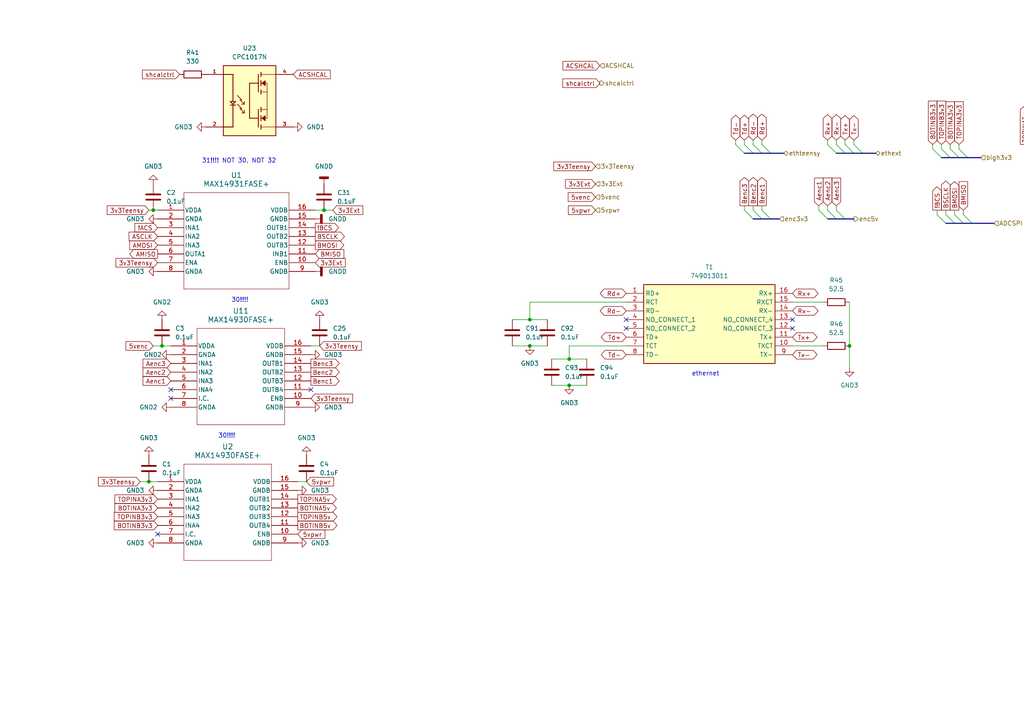
<source format=kicad_sch>
(kicad_sch (version 20231120) (generator "eeschema") (generator_version "8.0")
  (paper "A4")
  (lib_symbols
    (symbol "C_1" (pin_numbers hide) (pin_names (offset 0.254))
      (property "Reference" "C" (at 0.635 2.54 0))
      (property "Value" "C" (at 0.635 -2.54 0))
      (symbol "C_1_0_1"
        (polyline (pts (xy -2.032 -0.762) (xy 2.032 -0.762)) (stroke (width 0.508)))
        (polyline (pts (xy -2.032 0.762) (xy 2.032 0.762)) (stroke (width 0.508)))
      )
      (symbol "C_1_1_1"
        (pin passive line (at 0 3.81 270) (length 2.794) (name "~") (number "1"))
        (pin passive line (at 0 -3.81 90) (length 2.794) (name "~") (number "2"))
      )
    )
    (symbol "C_2" (pin_numbers hide) (pin_names (offset 0.254))
      (property "Reference" "C" (at 0.635 2.54 0))
      (property "Value" "C" (at 0.635 -2.54 0))
      (symbol "C_2_0_1"
        (polyline (pts (xy -2.032 -0.762) (xy 2.032 -0.762)) (stroke (width 0.508)))
        (polyline (pts (xy -2.032 0.762) (xy 2.032 0.762)) (stroke (width 0.508)))
      )
      (symbol "C_2_1_1"
        (pin passive line (at 0 3.81 270) (length 2.794) (name "~") (number "1"))
        (pin passive line (at 0 -3.81 90) (length 2.794) (name "~") (number "2"))
      )
    )
    (symbol "Device:C" (pin_numbers hide) (pin_names (offset 0.254))
      (property "Reference" "C" (at 0.635 2.54 0))
      (property "Value" "C" (at 0.635 -2.54 0))
      (symbol "C_0_1"
        (polyline (pts (xy -2.032 -0.762) (xy 2.032 -0.762)) (stroke (width 0.508)))
        (polyline (pts (xy -2.032 0.762) (xy 2.032 0.762)) (stroke (width 0.508)))
      )
      (symbol "C_1_1"
        (pin passive line (at 0 3.81 270) (length 2.794) (name "~") (number "1"))
        (pin passive line (at 0 -3.81 90) (length 2.794) (name "~") (number "2"))
      )
    )
    (symbol "Device:R" (pin_numbers hide) (pin_names (offset 0))
      (property "Reference" "R" (at 2.032 0 90))
      (property "Value" "R" (at 0 0 90))
      (symbol "R_0_1"
        (rectangle (start -1.016 -2.54) (end 1.016 2.54) (stroke (width 0.254)))
      )
      (symbol "R_1_1"
        (pin passive line (at 0 3.81 270) (length 1.27) (name "~") (number "1"))
        (pin passive line (at 0 -3.81 90) (length 1.27) (name "~") (number "2"))
      )
    )
    (symbol "dyno_inst_sym:749013011"
      (property "Reference" "T" (at 44.45 7.62 0))
      (property "Value" "749013011" (at 44.45 5.08 0))
      (symbol "749013011_1_1"
        (rectangle (start 5.08 2.54) (end 43.18 -20.32) (stroke (width 0.254)) (fill (type background)))
        (pin passive line (at 0 0 0) (length 5.08) (name "RD+") (number "1"))
        (pin passive line (at 48.26 -15.24 180) (length 5.08) (name "TXCT") (number "10"))
        (pin passive line (at 48.26 -12.7 180) (length 5.08) (name "TX+") (number "11"))
        (pin passive line (at 48.26 -10.16 180) (length 5.08) (name "NO_CONNECT_3") (number "12"))
        (pin passive line (at 48.26 -7.62 180) (length 5.08) (name "NO_CONNECT_4") (number "13"))
        (pin passive line (at 48.26 -5.08 180) (length 5.08) (name "RX-") (number "14"))
        (pin passive line (at 48.26 -2.54 180) (length 5.08) (name "RXCT") (number "15"))
        (pin passive line (at 48.26 0 180) (length 5.08) (name "RX+") (number "16"))
        (pin passive line (at 0 -2.54 0) (length 5.08) (name "RCT") (number "2"))
        (pin passive line (at 0 -5.08 0) (length 5.08) (name "RD-") (number "3"))
        (pin passive line (at 0 -7.62 0) (length 5.08) (name "NO_CONNECT_1") (number "4"))
        (pin passive line (at 0 -10.16 0) (length 5.08) (name "NO_CONNECT_2") (number "5"))
        (pin passive line (at 0 -12.7 0) (length 5.08) (name "TD+") (number "6"))
        (pin passive line (at 0 -15.24 0) (length 5.08) (name "TCT") (number "7"))
        (pin passive line (at 0 -17.78 0) (length 5.08) (name "TD-") (number "8"))
        (pin passive line (at 48.26 -17.78 180) (length 5.08) (name "TX-") (number "9"))
      )
    )
    (symbol "dyno_inst_sym:CPC1017N" (pin_names (offset 1.016))
      (property "Reference" "U" (at -7.62 10.16 0))
      (property "Value" "CPC1017N" (at -7.62 -12.7 0))
      (symbol "CPC1017N_0_0"
        (rectangle (start -7.62 -10.16) (end 7.62 10.16) (stroke (width 0.254)) (fill (type background)))
        (polyline (pts (xy -7.62 -7.62) (xy -5.08 -7.62)) (stroke (width 0.254)))
        (polyline (pts (xy -7.62 7.62) (xy -5.08 7.62)) (stroke (width 0.254)))
        (polyline (pts (xy -5.588 -1.27) (xy -4.064 -1.27)) (stroke (width 0.254)))
        (polyline (pts (xy -5.588 -0.254) (xy -4.826 -1.016)) (stroke (width 0.254)))
        (polyline (pts (xy -4.826 -7.62) (xy -5.08 -7.62)) (stroke (width 0.254)))
        (polyline (pts (xy -4.826 -2.54) (xy -4.826 -7.62)) (stroke (width 0.254)))
        (polyline (pts (xy -4.826 -1.27) (xy -4.826 -2.54)) (stroke (width 0.254)))
        (polyline (pts (xy -4.826 -1.016) (xy -4.064 -0.254)) (stroke (width 0.254)))
        (polyline (pts (xy -4.826 -0.254) (xy -5.588 -0.254)) (stroke (width 0.254)))
        (polyline (pts (xy -4.826 -0.254) (xy -4.064 -0.254)) (stroke (width 0.254)))
        (polyline (pts (xy -4.826 2.54) (xy -4.826 -0.254)) (stroke (width 0.254)))
        (polyline (pts (xy -4.826 2.54) (xy -4.826 7.62)) (stroke (width 0.254)))
        (polyline (pts (xy -4.826 7.62) (xy -5.08 7.62)) (stroke (width 0.254)))
        (polyline (pts (xy -3.556 -1.016) (xy -2.286 -2.286)) (stroke (width 0.2032)))
        (polyline (pts (xy -3.556 1.524) (xy -2.286 0.254)) (stroke (width 0.2032)))
        (polyline (pts (xy -2.794 -2.286) (xy -1.524 -3.556)) (stroke (width 0.2032)))
        (polyline (pts (xy -2.794 0.254) (xy -1.524 -1.016)) (stroke (width 0.2032)))
        (polyline (pts (xy -2.286 -2.286) (xy -2.794 -2.286)) (stroke (width 0.2032)))
        (polyline (pts (xy -2.286 0.254) (xy -2.794 0.254)) (stroke (width 0.2032)))
        (polyline (pts (xy -1.524 -3.556) (xy -2.286 -3.556)) (stroke (width 0.2032)))
        (polyline (pts (xy -1.524 -3.556) (xy -1.524 -2.794)) (stroke (width 0.2032)))
        (polyline (pts (xy -1.524 -1.016) (xy -2.286 -1.016)) (stroke (width 0.2032)))
        (polyline (pts (xy -1.524 -1.016) (xy -1.524 -0.254)) (stroke (width 0.2032)))
        (polyline (pts (xy 0 -5.08) (xy 2.54 -5.08)) (stroke (width 0.254)))
        (polyline (pts (xy 0 5.08) (xy 0 -5.08)) (stroke (width 0.254)))
        (polyline (pts (xy 2.54 -5.08) (xy 2.54 -7.62)) (stroke (width 0.254)))
        (polyline (pts (xy 2.54 -2.54) (xy 2.54 -5.08)) (stroke (width 0.254)))
        (polyline (pts (xy 2.54 5.08) (xy 0 5.08)) (stroke (width 0.254)))
        (polyline (pts (xy 2.54 5.08) (xy 2.54 2.54)) (stroke (width 0.254)))
        (polyline (pts (xy 2.54 7.62) (xy 2.54 5.08)) (stroke (width 0.254)))
        (polyline (pts (xy 3.302 -7.62) (xy 3.302 -8.255)) (stroke (width 0.254)))
        (polyline (pts (xy 3.302 -7.62) (xy 7.62 -7.62)) (stroke (width 0.1524)))
        (polyline (pts (xy 3.302 -6.985) (xy 3.302 -7.62)) (stroke (width 0.254)))
        (polyline (pts (xy 3.302 -5.08) (xy 3.302 -5.842)) (stroke (width 0.254)))
        (polyline (pts (xy 3.302 -5.08) (xy 5.08 -5.08)) (stroke (width 0.1524)))
        (polyline (pts (xy 3.302 -4.318) (xy 3.302 -5.08)) (stroke (width 0.254)))
        (polyline (pts (xy 3.302 -2.54) (xy 3.302 -3.175)) (stroke (width 0.254)))
        (polyline (pts (xy 3.302 -1.905) (xy 3.302 -2.54)) (stroke (width 0.254)))
        (polyline (pts (xy 3.302 2.54) (xy 3.302 1.905)) (stroke (width 0.254)))
        (polyline (pts (xy 3.302 3.175) (xy 3.302 2.54)) (stroke (width 0.254)))
        (polyline (pts (xy 3.302 5.08) (xy 3.302 4.318)) (stroke (width 0.254)))
        (polyline (pts (xy 3.302 5.08) (xy 5.08 5.08)) (stroke (width 0.1524)))
        (polyline (pts (xy 3.302 5.842) (xy 3.302 5.08)) (stroke (width 0.254)))
        (polyline (pts (xy 3.302 7.62) (xy 3.302 6.985)) (stroke (width 0.254)))
        (polyline (pts (xy 3.302 7.62) (xy 7.62 7.62)) (stroke (width 0.1524)))
        (polyline (pts (xy 3.302 8.255) (xy 3.302 7.62)) (stroke (width 0.254)))
        (polyline (pts (xy 5.08 -2.54) (xy 3.302 -2.54)) (stroke (width 0.1524)))
        (polyline (pts (xy 5.08 -2.54) (xy 5.08 -5.08)) (stroke (width 0.1524)))
        (polyline (pts (xy 5.08 2.54) (xy 3.302 2.54)) (stroke (width 0.1524)))
        (polyline (pts (xy 5.08 2.54) (xy 5.08 -2.54)) (stroke (width 0.1524)))
        (polyline (pts (xy 5.08 5.08) (xy 5.08 2.54)) (stroke (width 0.1524)))
        (polyline (pts (xy 3.556 -5.08) (xy 4.572 -4.318) (xy 4.572 -5.842) (xy 3.556 -5.08)) (stroke (width 0.1524)) (fill (type outline)))
        (polyline (pts (xy 3.556 5.08) (xy 4.572 5.842) (xy 4.572 4.318) (xy 3.556 5.08)) (stroke (width 0.1524)) (fill (type outline)))
        (pin passive line (at -12.7 7.62 0) (length 5.08) (name "~") (number "1"))
        (pin passive line (at -12.7 -7.62 0) (length 5.08) (name "~") (number "2"))
        (pin passive line (at 12.7 -7.62 180) (length 5.08) (name "~") (number "3"))
        (pin passive line (at 12.7 7.62 180) (length 5.08) (name "~") (number "4"))
      )
    )
    (symbol "dyno_inst_sym:MAX14930FASE+" (pin_names (offset 0.254))
      (property "Reference" "U" (at 20.32 10.16 0))
      (property "Value" "MAX14930FASE+" (at 20.32 7.62 0))
      (symbol "MAX14930FASE+_0_1"
        (polyline (pts (xy 7.62 -22.86) (xy 33.02 -22.86)) (stroke (width 0.127)))
        (polyline (pts (xy 7.62 5.08) (xy 7.62 -22.86)) (stroke (width 0.127)))
        (polyline (pts (xy 33.02 -22.86) (xy 33.02 5.08)) (stroke (width 0.127)))
        (polyline (pts (xy 33.02 5.08) (xy 7.62 5.08)) (stroke (width 0.127)))
        (pin power_in line (at 0 0 0) (length 7.62) (name "VDDA") (number "1"))
        (pin unspecified line (at 40.64 -15.24 180) (length 7.62) (name "ENB") (number "10"))
        (pin output line (at 40.64 -12.7 180) (length 7.62) (name "OUTB4") (number "11"))
        (pin output line (at 40.64 -10.16 180) (length 7.62) (name "OUTB3") (number "12"))
        (pin output line (at 40.64 -7.62 180) (length 7.62) (name "OUTB2") (number "13"))
        (pin output line (at 40.64 -5.08 180) (length 7.62) (name "OUTB1") (number "14"))
        (pin power_out line (at 40.64 -2.54 180) (length 7.62) (name "GNDB") (number "15"))
        (pin power_in line (at 40.64 0 180) (length 7.62) (name "VDDB") (number "16"))
        (pin power_out line (at 0 -2.54 0) (length 7.62) (name "GNDA") (number "2"))
        (pin bidirectional line (at 0 -5.08 0) (length 7.62) (name "INA1") (number "3"))
        (pin bidirectional line (at 0 -7.62 0) (length 7.62) (name "INA2") (number "4"))
        (pin bidirectional line (at 0 -10.16 0) (length 7.62) (name "INA3") (number "5"))
        (pin bidirectional line (at 0 -12.7 0) (length 7.62) (name "INA4") (number "6"))
        (pin unspecified line (at 0 -15.24 0) (length 7.62) (name "I.C.") (number "7"))
        (pin power_out line (at 0 -17.78 0) (length 7.62) (name "GNDA") (number "8"))
        (pin power_out line (at 40.64 -17.78 180) (length 7.62) (name "GNDB") (number "9"))
      )
    )
    (symbol "dyno_inst_sym:MAX14931FASE+" (pin_names (offset 0.254))
      (property "Reference" "U" (at 22.86 10.16 0))
      (property "Value" "MAX14931FASE+" (at 22.86 7.62 0))
      (symbol "MAX14931FASE+_0_1"
        (polyline (pts (xy 7.62 -22.86) (xy 38.1 -22.86)) (stroke (width 0.127)))
        (polyline (pts (xy 7.62 5.08) (xy 7.62 -22.86)) (stroke (width 0.127)))
        (polyline (pts (xy 38.1 -22.86) (xy 38.1 5.08)) (stroke (width 0.127)))
        (polyline (pts (xy 38.1 5.08) (xy 7.62 5.08)) (stroke (width 0.127)))
        (pin power_in line (at 0 0 0) (length 7.62) (name "VDDA") (number "1"))
        (pin unspecified line (at 45.72 -15.24 180) (length 7.62) (name "ENB") (number "10"))
        (pin unspecified line (at 45.72 -12.7 180) (length 7.62) (name "INB1") (number "11"))
        (pin output line (at 45.72 -10.16 180) (length 7.62) (name "OUTB3") (number "12"))
        (pin output line (at 45.72 -7.62 180) (length 7.62) (name "OUTB2") (number "13"))
        (pin output line (at 45.72 -5.08 180) (length 7.62) (name "OUTB1") (number "14"))
        (pin power_out line (at 45.72 -2.54 180) (length 7.62) (name "GNDB") (number "15"))
        (pin power_in line (at 45.72 0 180) (length 7.62) (name "VDDB") (number "16"))
        (pin power_out line (at 0 -2.54 0) (length 7.62) (name "GNDA") (number "2"))
        (pin bidirectional line (at 0 -5.08 0) (length 7.62) (name "INA1") (number "3"))
        (pin bidirectional line (at 0 -7.62 0) (length 7.62) (name "INA2") (number "4"))
        (pin bidirectional line (at 0 -10.16 0) (length 7.62) (name "INA3") (number "5"))
        (pin output line (at 0 -12.7 0) (length 7.62) (name "OUTA1") (number "6"))
        (pin unspecified line (at 0 -15.24 0) (length 7.62) (name "ENA") (number "7"))
        (pin power_out line (at 0 -17.78 0) (length 7.62) (name "GNDA") (number "8"))
        (pin power_out line (at 45.72 -17.78 180) (length 7.62) (name "GNDB") (number "9"))
      )
    )
    (symbol "power:GND1" (power) (pin_numbers hide) (pin_names (offset 0) hide)
      (property "Value" "GND1" (at 0 -3.81 0))
      (symbol "GND1_0_1"
        (polyline (pts (xy 0 0) (xy 0 -1.27) (xy 1.27 -1.27) (xy 0 -2.54) (xy -1.27 -1.27) (xy 0 -1.27)))
      )
      (symbol "GND1_1_1"
        (pin power_in line (at 0 0 270) (length 0) (name "~") (number "1"))
      )
    )
    (symbol "power:GND2" (power) (pin_numbers hide) (pin_names (offset 0) hide)
      (property "Value" "GND2" (at 0 -3.81 0))
      (symbol "GND2_0_1"
        (polyline (pts (xy 0 0) (xy 0 -1.27) (xy 1.27 -1.27) (xy 0 -2.54) (xy -1.27 -1.27) (xy 0 -1.27)))
      )
      (symbol "GND2_1_1"
        (pin power_in line (at 0 0 270) (length 0) (name "~") (number "1"))
      )
    )
    (symbol "power:GND3" (power) (pin_numbers hide) (pin_names (offset 0) hide)
      (property "Value" "GND3" (at 0 -3.81 0))
      (symbol "GND3_0_1"
        (polyline (pts (xy 0 0) (xy 0 -1.27) (xy 1.27 -1.27) (xy 0 -2.54) (xy -1.27 -1.27) (xy 0 -1.27)))
      )
      (symbol "GND3_1_1"
        (pin power_in line (at 0 0 270) (length 0) (name "~") (number "1"))
      )
    )
    (symbol "power:GNDD" (power) (pin_names (offset 0))
      (property "Value" "GNDD" (at 0 -3.175 0))
      (symbol "GNDD_0_1"
        (rectangle (start -1.27 -1.524) (end 1.27 -2.032) (stroke (width 0.254)) (fill (type outline)))
        (polyline (pts (xy 0 0) (xy 0 -1.524)))
      )
      (symbol "GNDD_1_1"
        (pin power_in line (at 0 0 270) (length 0) hide (name "GNDD") (number "1"))
      )
    )
  )
  (junction (at 165.1 111.76))
  (junction (at 44.45 60.96))
  (junction (at 43.18 139.7))
  (junction (at 165.1 104.14))
  (junction (at 93.98 60.96))
  (junction (at 46.99 100.33))
  (junction (at 153.67 100.33))
  (junction (at 246.38 100.33))
  (junction (at 153.67 92.71))
  (no_connect (at 49.53 115.57))
  (no_connect (at 229.87 95.25))
  (no_connect (at 181.61 95.25))
  (no_connect (at 49.53 113.03))
  (no_connect (at 181.61 92.71))
  (no_connect (at 229.87 92.71))
  (no_connect (at 45.72 154.94))
  (no_connect (at 90.17 113.03))
  (bus_entry (at 215.9 41.91) (size 2.54 2.54))
  (bus_entry (at 271.78 62.23) (size 2.54 2.54))
  (bus_entry (at 215.9 60.96) (size 2.54 2.54))
  (bus_entry (at 274.32 62.23) (size 2.54 2.54))
  (bus_entry (at 242.57 41.91) (size 2.54 2.54))
  (bus_entry (at 218.44 60.96) (size 2.54 2.54))
  (bus_entry (at 245.11 41.91) (size 2.54 2.54))
  (bus_entry (at 213.36 41.91) (size 2.54 2.54))
  (bus_entry (at 275.59 43.18) (size 2.54 2.54))
  (bus_entry (at 298.45 62.23) (size 2.54 2.54))
  (bus_entry (at 299.72 43.18) (size 2.54 2.54))
  (bus_entry (at 220.98 41.91) (size 2.54 2.54))
  (bus_entry (at 300.99 62.23) (size 2.54 2.54))
  (bus_entry (at 306.07 62.23) (size 2.54 2.54))
  (bus_entry (at 297.18 43.18) (size 2.54 2.54))
  (bus_entry (at 237.49 60.96) (size 2.54 2.54))
  (bus_entry (at 279.4 62.23) (size 2.54 2.54))
  (bus_entry (at 302.26 43.18) (size 2.54 2.54))
  (bus_entry (at 220.98 60.96) (size 2.54 2.54))
  (bus_entry (at 303.53 62.23) (size 2.54 2.54))
  (bus_entry (at 304.8 43.18) (size 2.54 2.54))
  (bus_entry (at 273.05 43.18) (size 2.54 2.54))
  (bus_entry (at 242.57 60.96) (size 2.54 2.54))
  (bus_entry (at 270.51 43.18) (size 2.54 2.54))
  (bus_entry (at 278.13 43.18) (size 2.54 2.54))
  (bus_entry (at 276.86 62.23) (size 2.54 2.54))
  (bus_entry (at 218.44 41.91) (size 2.54 2.54))
  (bus_entry (at 240.03 41.91) (size 2.54 2.54))
  (bus_entry (at 247.65 41.91) (size 2.54 2.54))
  (bus_entry (at 240.03 60.96) (size 2.54 2.54))
  (wire (pts (xy 304.8 41.91) (xy 304.8 43.18)))
  (wire (pts (xy 160.02 111.76) (xy 165.1 111.76)))
  (bus (pts (xy 218.44 44.45) (xy 220.98 44.45)))
  (wire (pts (xy 270.51 41.91) (xy 270.51 43.18)))
  (wire (pts (xy 238.76 100.33) (xy 229.87 100.33)))
  (wire (pts (xy 299.72 41.91) (xy 299.72 43.18)))
  (wire (pts (xy 242.57 40.64) (xy 242.57 41.91)))
  (bus (pts (xy 250.19 44.45) (xy 254 44.45)))
  (bus (pts (xy 276.86 64.77) (xy 279.4 64.77)))
  (bus (pts (xy 308.61 64.77) (xy 314.96 64.77)))
  (wire (pts (xy 247.65 40.64) (xy 247.65 41.91)))
  (wire (pts (xy 271.78 60.96) (xy 271.78 62.23)))
  (wire (pts (xy 46.99 100.33) (xy 49.53 100.33)))
  (wire (pts (xy 300.99 60.96) (xy 300.99 62.23)))
  (wire (pts (xy 246.38 100.33) (xy 246.38 106.68)))
  (wire (pts (xy 273.05 41.91) (xy 273.05 43.18)))
  (wire (pts (xy 242.57 59.69) (xy 242.57 60.96)))
  (wire (pts (xy 240.03 59.69) (xy 240.03 60.96)))
  (bus (pts (xy 245.11 63.5) (xy 247.65 63.5)))
  (wire (pts (xy 297.18 41.91) (xy 297.18 43.18)))
  (wire (pts (xy 160.02 104.14) (xy 165.1 104.14)))
  (wire (pts (xy 306.07 60.96) (xy 306.07 62.23)))
  (wire (pts (xy 279.4 60.96) (xy 279.4 62.23)))
  (wire (pts (xy 153.67 87.63) (xy 153.67 92.71)))
  (bus (pts (xy 215.9 44.45) (xy 218.44 44.45)))
  (bus (pts (xy 307.34 45.72) (xy 311.15 45.72)))
  (bus (pts (xy 223.52 44.45) (xy 227.33 44.45)))
  (bus (pts (xy 304.8 45.72) (xy 307.34 45.72)))
  (wire (pts (xy 165.1 100.33) (xy 165.1 104.14)))
  (bus (pts (xy 303.53 64.77) (xy 306.07 64.77)))
  (wire (pts (xy 278.13 41.91) (xy 278.13 43.18)))
  (wire (pts (xy 276.86 60.96) (xy 276.86 62.23)))
  (bus (pts (xy 273.05 45.72) (xy 275.59 45.72)))
  (wire (pts (xy 275.59 41.91) (xy 275.59 43.18)))
  (bus (pts (xy 300.99 64.77) (xy 303.53 64.77)))
  (wire (pts (xy 218.44 40.64) (xy 218.44 41.91)))
  (bus (pts (xy 220.98 63.5) (xy 223.52 63.5)))
  (wire (pts (xy 303.53 60.96) (xy 303.53 62.23)))
  (wire (pts (xy 246.38 87.63) (xy 246.38 100.33)))
  (wire (pts (xy 148.59 100.33) (xy 153.67 100.33)))
  (wire (pts (xy 92.71 100.33) (xy 90.17 100.33)))
  (bus (pts (xy 278.13 45.72) (xy 280.67 45.72)))
  (bus (pts (xy 220.98 44.45) (xy 223.52 44.45)))
  (wire (pts (xy 93.98 60.96) (xy 91.44 60.96)))
  (wire (pts (xy 165.1 111.76) (xy 170.18 111.76)))
  (wire (pts (xy 43.18 139.7) (xy 45.72 139.7)))
  (wire (pts (xy 298.45 60.96) (xy 298.45 62.23)))
  (wire (pts (xy 220.98 40.64) (xy 220.98 41.91)))
  (bus (pts (xy 302.26 45.72) (xy 304.8 45.72)))
  (wire (pts (xy 213.36 40.64) (xy 213.36 41.91)))
  (bus (pts (xy 279.4 64.77) (xy 281.94 64.77)))
  (bus (pts (xy 306.07 64.77) (xy 308.61 64.77)))
  (wire (pts (xy 245.11 40.64) (xy 245.11 41.91)))
  (wire (pts (xy 274.32 60.96) (xy 274.32 62.23)))
  (wire (pts (xy 96.52 60.96) (xy 93.98 60.96)))
  (wire (pts (xy 153.67 100.33) (xy 158.75 100.33)))
  (bus (pts (xy 299.72 45.72) (xy 302.26 45.72)))
  (bus (pts (xy 242.57 63.5) (xy 245.11 63.5)))
  (bus (pts (xy 245.11 44.45) (xy 247.65 44.45)))
  (wire (pts (xy 229.87 87.63) (xy 238.76 87.63)))
  (wire (pts (xy 165.1 104.14) (xy 170.18 104.14)))
  (bus (pts (xy 240.03 63.5) (xy 242.57 63.5)))
  (wire (pts (xy 240.03 40.64) (xy 240.03 41.91)))
  (wire (pts (xy 237.49 59.69) (xy 237.49 60.96)))
  (wire (pts (xy 302.26 41.91) (xy 302.26 43.18)))
  (wire (pts (xy 88.9 139.7) (xy 86.36 139.7)))
  (wire (pts (xy 40.64 139.7) (xy 43.18 139.7)))
  (bus (pts (xy 275.59 45.72) (xy 278.13 45.72)))
  (wire (pts (xy 148.59 92.71) (xy 153.67 92.71)))
  (bus (pts (xy 280.67 45.72) (xy 284.48 45.72)))
  (bus (pts (xy 218.44 63.5) (xy 220.98 63.5)))
  (bus (pts (xy 274.32 64.77) (xy 276.86 64.77)))
  (wire (pts (xy 44.45 60.96) (xy 45.72 60.96)))
  (wire (pts (xy 181.61 87.63) (xy 153.67 87.63)))
  (wire (pts (xy 215.9 59.69) (xy 215.9 60.96)))
  (wire (pts (xy 44.45 100.33) (xy 46.99 100.33)))
  (bus (pts (xy 247.65 44.45) (xy 250.19 44.45)))
  (wire (pts (xy 220.98 59.69) (xy 220.98 60.96)))
  (wire (pts (xy 43.18 60.96) (xy 44.45 60.96)))
  (wire (pts (xy 181.61 100.33) (xy 165.1 100.33)))
  (wire (pts (xy 153.67 92.71) (xy 158.75 92.71)))
  (bus (pts (xy 223.52 63.5) (xy 226.06 63.5)))
  (wire (pts (xy 215.9 40.64) (xy 215.9 41.91)))
  (bus (pts (xy 242.57 44.45) (xy 245.11 44.45)))
  (wire (pts (xy 218.44 59.69) (xy 218.44 60.96)))
  (bus (pts (xy 281.94 64.77) (xy 288.29 64.77)))
  (text "31!!!! NOT 30, NOT 32" (at 69.342 46.736 0) (effects (font (size 1.27 1.27))))
  (text "30!!!!" (at 65.786 126.492 0) (effects (font (size 1.27 1.27))))
  (text "30!!!!" (at 69.596 87.122 0) (effects (font (size 1.27 1.27))))
  (text "ethernet" (at 200.66 109.22 0) (effects (font (size 1.27 1.27)) (justify left bottom)))
  (global_label "BOTINB3v3" (shape input) (at 270.51 41.91 90) (property "Intersheetrefs" "${INTERSHEET_REFS}" (effects (hide yes))))
  (global_label "BMISO" (shape input) (at 279.4 60.96 90) (property "Intersheetrefs" "${INTERSHEET_REFS}" (effects (hide yes))))
  (global_label "Tx+" (shape bidirectional) (at 245.11 40.64 90) (property "Intersheetrefs" "${INTERSHEET_REFS}" (effects (hide yes))))
  (global_label "3v3Teensy" (shape input) (at 92.71 100.33 0) (property "Intersheetrefs" "${INTERSHEET_REFS}" (effects (hide yes))))
  (global_label "!ACS" (shape output) (at 300.99 60.96 90) (property "Intersheetrefs" "${INTERSHEET_REFS}" (effects (hide yes))))
  (global_label "Td-" (shape bidirectional) (at 181.61 102.87 180) (property "Intersheetrefs" "${INTERSHEET_REFS}" (effects (hide yes))))
  (global_label "Benc1" (shape output) (at 90.17 110.49 0) (property "Intersheetrefs" "${INTERSHEET_REFS}" (effects (hide yes))))
  (global_label "!BCS" (shape output) (at 91.44 66.04 0) (property "Intersheetrefs" "${INTERSHEET_REFS}" (effects (hide yes))))
  (global_label "BMISO" (shape input) (at 91.44 73.66 0) (property "Intersheetrefs" "${INTERSHEET_REFS}" (effects (hide yes))))
  (global_label "BOTINB5v" (shape output) (at 304.8 41.91 90) (property "Intersheetrefs" "${INTERSHEET_REFS}" (effects (hide yes))))
  (global_label "Aenc1" (shape input) (at 49.53 110.49 180) (property "Intersheetrefs" "${INTERSHEET_REFS}" (effects (hide yes))))
  (global_label "Benc3" (shape output) (at 90.17 105.41 0) (property "Intersheetrefs" "${INTERSHEET_REFS}" (effects (hide yes))))
  (global_label "BOTINA5v" (shape output) (at 299.72 41.91 90) (property "Intersheetrefs" "${INTERSHEET_REFS}" (effects (hide yes))))
  (global_label "BOTINB3v3" (shape input) (at 45.72 152.4 180) (property "Intersheetrefs" "${INTERSHEET_REFS}" (effects (hide yes))))
  (global_label "5vpwr" (shape input) (at 86.36 154.94 0) (property "Intersheetrefs" "${INTERSHEET_REFS}" (effects (hide yes))))
  (global_label "ASCLK" (shape output) (at 298.45 60.96 90) (property "Intersheetrefs" "${INTERSHEET_REFS}" (effects (hide yes))))
  (global_label "Tx+" (shape bidirectional) (at 229.87 97.79 0) (property "Intersheetrefs" "${INTERSHEET_REFS}" (effects (hide yes))))
  (global_label "ACSHCAL" (shape input) (at 85.09 21.59 0) (property "Intersheetrefs" "${INTERSHEET_REFS}" (effects (hide yes))))
  (global_label "TOPINB5v" (shape output) (at 302.26 41.91 90) (property "Intersheetrefs" "${INTERSHEET_REFS}" (effects (hide yes))))
  (global_label "Rd-" (shape bidirectional) (at 181.61 90.17 180) (property "Intersheetrefs" "${INTERSHEET_REFS}" (effects (hide yes))))
  (global_label "!BCS" (shape output) (at 271.78 60.96 90) (property "Intersheetrefs" "${INTERSHEET_REFS}" (effects (hide yes))))
  (global_label "TOPINA3v3" (shape input) (at 45.72 144.78 180) (property "Intersheetrefs" "${INTERSHEET_REFS}" (effects (hide yes))))
  (global_label "BOTINA3v3" (shape input) (at 45.72 147.32 180) (property "Intersheetrefs" "${INTERSHEET_REFS}" (effects (hide yes))))
  (global_label "AMISO" (shape output) (at 45.72 73.66 180) (property "Intersheetrefs" "${INTERSHEET_REFS}" (effects (hide yes))))
  (global_label "Benc2" (shape output) (at 90.17 107.95 0) (property "Intersheetrefs" "${INTERSHEET_REFS}" (effects (hide yes))))
  (global_label "Rd-" (shape bidirectional) (at 218.44 40.64 90) (property "Intersheetrefs" "${INTERSHEET_REFS}" (effects (hide yes))))
  (global_label "Rx+" (shape bidirectional) (at 240.03 40.64 90) (property "Intersheetrefs" "${INTERSHEET_REFS}" (effects (hide yes))))
  (global_label "5venc" (shape input) (at 172.72 57.15 180) (property "Intersheetrefs" "${INTERSHEET_REFS}" (effects (hide yes))))
  (global_label "Benc2" (shape output) (at 218.44 59.69 90) (property "Intersheetrefs" "${INTERSHEET_REFS}" (effects (hide yes))))
  (global_label "3v3Teensy" (shape input) (at 45.72 76.2 180) (property "Intersheetrefs" "${INTERSHEET_REFS}" (effects (hide yes))))
  (global_label "TOPINB3v3" (shape input) (at 45.72 149.86 180) (property "Intersheetrefs" "${INTERSHEET_REFS}" (effects (hide yes))))
  (global_label "Benc3" (shape output) (at 215.9 59.69 90) (property "Intersheetrefs" "${INTERSHEET_REFS}" (effects (hide yes))))
  (global_label "Aenc2" (shape input) (at 240.03 59.69 90) (property "Intersheetrefs" "${INTERSHEET_REFS}" (effects (hide yes))))
  (global_label "Tx-" (shape bidirectional) (at 229.87 102.87 0) (property "Intersheetrefs" "${INTERSHEET_REFS}" (effects (hide yes))))
  (global_label "Rx-" (shape bidirectional) (at 242.57 40.64 90) (property "Intersheetrefs" "${INTERSHEET_REFS}" (effects (hide yes))))
  (global_label "3v3Teensy" (shape input) (at 40.64 139.7 180) (property "Intersheetrefs" "${INTERSHEET_REFS}" (effects (hide yes))))
  (global_label "3v3Teensy" (shape input) (at 172.72 48.26 180) (property "Intersheetrefs" "${INTERSHEET_REFS}" (effects (hide yes))))
  (global_label "ACSHCAL" (shape input) (at 173.99 19.05 180) (property "Intersheetrefs" "${INTERSHEET_REFS}" (effects (hide yes))))
  (global_label "3v3Ext" (shape input) (at 96.52 60.96 0) (property "Intersheetrefs" "${INTERSHEET_REFS}" (effects (hide yes))))
  (global_label "TOPINA3v3" (shape input) (at 278.13 41.91 90) (property "Intersheetrefs" "${INTERSHEET_REFS}" (effects (hide yes))))
  (global_label "Aenc3" (shape input) (at 49.53 105.41 180) (property "Intersheetrefs" "${INTERSHEET_REFS}" (effects (hide yes))))
  (global_label "Rd+" (shape bidirectional) (at 220.98 40.64 90) (property "Intersheetrefs" "${INTERSHEET_REFS}" (effects (hide yes))))
  (global_label "Tx-" (shape bidirectional) (at 247.65 40.64 90) (property "Intersheetrefs" "${INTERSHEET_REFS}" (effects (hide yes))))
  (global_label "TOPINA5v" (shape output) (at 297.18 41.91 90) (property "Intersheetrefs" "${INTERSHEET_REFS}" (effects (hide yes))))
  (global_label "AMISO" (shape input) (at 303.53 60.96 90) (property "Intersheetrefs" "${INTERSHEET_REFS}" (effects (hide yes))))
  (global_label "ASCLK" (shape input) (at 45.72 68.58 180) (property "Intersheetrefs" "${INTERSHEET_REFS}" (effects (hide yes))))
  (global_label "BMOSI" (shape output) (at 276.86 60.96 90) (property "Intersheetrefs" "${INTERSHEET_REFS}" (effects (hide yes))))
  (global_label "AMOSI" (shape input) (at 45.72 71.12 180) (property "Intersheetrefs" "${INTERSHEET_REFS}" (effects (hide yes))))
  (global_label "TOPINB5v" (shape output) (at 86.36 149.86 0) (property "Intersheetrefs" "${INTERSHEET_REFS}" (effects (hide yes))))
  (global_label "Td+" (shape bidirectional) (at 215.9 40.64 90) (property "Intersheetrefs" "${INTERSHEET_REFS}" (effects (hide yes))))
  (global_label "5venc" (shape input) (at 44.45 100.33 180) (property "Intersheetrefs" "${INTERSHEET_REFS}" (effects (hide yes))))
  (global_label "Aenc2" (shape input) (at 49.53 107.95 180) (property "Intersheetrefs" "${INTERSHEET_REFS}" (effects (hide yes))))
  (global_label "3v3Ext" (shape input) (at 172.72 53.34 180) (property "Intersheetrefs" "${INTERSHEET_REFS}" (effects (hide yes))))
  (global_label "Rx-" (shape bidirectional) (at 229.87 90.17 0) (property "Intersheetrefs" "${INTERSHEET_REFS}" (effects (hide yes))))
  (global_label "TOPINB3v3" (shape input) (at 273.05 41.91 90) (property "Intersheetrefs" "${INTERSHEET_REFS}" (effects (hide yes))))
  (global_label "Aenc3" (shape input) (at 242.57 59.69 90) (property "Intersheetrefs" "${INTERSHEET_REFS}" (effects (hide yes))))
  (global_label "shcalctrl" (shape input) (at 52.07 21.59 180) (property "Intersheetrefs" "${INTERSHEET_REFS}" (effects (hide yes))))
  (global_label "BOTINB5v" (shape output) (at 86.36 152.4 0) (property "Intersheetrefs" "${INTERSHEET_REFS}" (effects (hide yes))))
  (global_label "3v3Teensy" (shape input) (at 90.17 115.57 0) (property "Intersheetrefs" "${INTERSHEET_REFS}" (effects (hide yes))))
  (global_label "Benc1" (shape output) (at 220.98 59.69 90) (property "Intersheetrefs" "${INTERSHEET_REFS}" (effects (hide yes))))
  (global_label "Aenc1" (shape input) (at 237.49 59.69 90) (property "Intersheetrefs" "${INTERSHEET_REFS}" (effects (hide yes))))
  (global_label "AMOSI" (shape output) (at 306.07 60.96 90) (property "Intersheetrefs" "${INTERSHEET_REFS}" (effects (hide yes))))
  (global_label "5vpwr" (shape input) (at 172.72 60.96 180) (property "Intersheetrefs" "${INTERSHEET_REFS}" (effects (hide yes))))
  (global_label "Rd+" (shape bidirectional) (at 181.61 85.09 180) (property "Intersheetrefs" "${INTERSHEET_REFS}" (effects (hide yes))))
  (global_label "BOTINA3v3" (shape input) (at 275.59 41.91 90) (property "Intersheetrefs" "${INTERSHEET_REFS}" (effects (hide yes))))
  (global_label "shcalctrl" (shape input) (at 173.99 24.13 180) (property "Intersheetrefs" "${INTERSHEET_REFS}" (effects (hide yes))))
  (global_label "BSCLK" (shape output) (at 91.44 68.58 0) (property "Intersheetrefs" "${INTERSHEET_REFS}" (effects (hide yes))))
  (global_label "Td-" (shape bidirectional) (at 213.36 40.64 90) (property "Intersheetrefs" "${INTERSHEET_REFS}" (effects (hide yes))))
  (global_label "BOTINA5v" (shape output) (at 86.36 147.32 0) (property "Intersheetrefs" "${INTERSHEET_REFS}" (effects (hide yes))))
  (global_label "3v3Ext" (shape input) (at 91.44 76.2 0) (property "Intersheetrefs" "${INTERSHEET_REFS}" (effects (hide yes))))
  (global_label "5vpwr" (shape input) (at 88.9 139.7 0) (property "Intersheetrefs" "${INTERSHEET_REFS}" (effects (hide yes))))
  (global_label "BSCLK" (shape output) (at 274.32 60.96 90) (property "Intersheetrefs" "${INTERSHEET_REFS}" (effects (hide yes))))
  (global_label "TOPINA5v" (shape output) (at 86.36 144.78 0) (property "Intersheetrefs" "${INTERSHEET_REFS}" (effects (hide yes))))
  (global_label "Rx+" (shape bidirectional) (at 229.87 85.09 0) (property "Intersheetrefs" "${INTERSHEET_REFS}" (effects (hide yes))))
  (global_label "3v3Teensy" (shape input) (at 43.18 60.96 180) (property "Intersheetrefs" "${INTERSHEET_REFS}" (effects (hide yes))))
  (global_label "BMOSI" (shape output) (at 91.44 71.12 0) (property "Intersheetrefs" "${INTERSHEET_REFS}" (effects (hide yes))))
  (global_label "!ACS" (shape input) (at 45.72 66.04 180) (property "Intersheetrefs" "${INTERSHEET_REFS}" (effects (hide yes))))
  (global_label "Td+" (shape bidirectional) (at 181.61 97.79 180) (property "Intersheetrefs" "${INTERSHEET_REFS}" (effects (hide yes))))
  (hierarchical_label "ethext" (shape bidirectional) (at 254 44.45 0))
  (hierarchical_label "ACSHCAL" (shape input) (at 173.99 19.05 0))
  (hierarchical_label "ethteensy" (shape bidirectional) (at 227.33 44.45 0))
  (hierarchical_label "teensySPI" (shape input) (at 314.96 64.77 0))
  (hierarchical_label "3v3Ext" (shape input) (at 172.72 53.34 0))
  (hierarchical_label "bigh5v" (shape input) (at 311.15 45.72 0))
  (hierarchical_label "5vpwr" (shape input) (at 172.72 60.96 0))
  (hierarchical_label "5venc" (shape input) (at 172.72 57.15 0))
  (hierarchical_label "enc3v3" (shape input) (at 226.06 63.5 0))
  (hierarchical_label "shcalctrl" (shape output) (at 173.99 24.13 0))
  (hierarchical_label "bigh3v3" (shape input) (at 284.48 45.72 0))
  (hierarchical_label "3v3Teensy" (shape input) (at 172.72 48.26 0))
  (hierarchical_label "enc5v" (shape output) (at 247.65 63.5 0))
  (hierarchical_label "ADCSPI" (shape input) (at 288.29 64.77 0))
  (symbol (lib_id "Device:R") (at 55.88 21.59 90) (unit 1)
    (property "Reference" "R41" (at 55.88 15.24 90))
    (property "Value" "330" (at 55.88 17.78 90))
    (property "Footprint" "Resistor_SMD:R_0402_1005Metric" (effects (hide yes)))
    (property "Description" "Resistor" (effects (hide yes)))
  )
  (symbol (lib_id "Device:C") (at 160.02 107.95 0) (unit 1)
    (property "Reference" "C93" (at 163.83 106.68 0) (effects (justify left)))
    (property "Value" "0.1uF" (at 163.83 109.22 0) (effects (justify left)))
    (property "Footprint" "Capacitor_SMD:C_0402_1005Metric" (effects (hide yes)))
  )
  (symbol (lib_id "power:GND2") (at 46.99 92.71 180) (unit 1)
    (property "Reference" "#PWR09" (effects (hide yes)))
    (property "Value" "GND2" (at 46.99 87.63 0))
    (property "Description" "Power symbol creates a global label with name \"GND2\" , ground" (effects (hide yes)))
  )
  (symbol (lib_id "power:GND3") (at 59.69 36.83 270) (unit 1)
    (property "Reference" "#PWR055" (effects (hide yes)))
    (property "Value" "GND3" (at 55.88 36.8299 90) (effects (justify right)))
    (property "Description" "Power symbol creates a global label with name \"GND3\" , ground" (effects (hide yes)))
  )
  (symbol (lib_id "power:GND3") (at 44.45 53.34 180) (unit 1)
    (property "Reference" "#PWR02" (effects (hide yes)))
    (property "Value" "GND3" (at 44.45 48.26 0))
    (property "Description" "Power symbol creates a global label with name \"GND3\" , ground" (effects (hide yes)))
  )
  (symbol (lib_id "power:GND3") (at 43.18 132.08 180) (unit 1)
    (property "Reference" "#PWR01" (effects (hide yes)))
    (property "Value" "GND3" (at 43.18 127 0))
    (property "Description" "Power symbol creates a global label with name \"GND3\" , ground" (effects (hide yes)))
  )
  (symbol (lib_id "power:GND3") (at 90.17 102.87 90) (unit 1)
    (property "Reference" "#PWR026" (effects (hide yes)))
    (property "Value" "GND3" (at 93.98 102.8699 90) (effects (justify right)))
    (property "Description" "Power symbol creates a global label with name \"GND3\" , ground" (effects (hide yes)))
  )
  (symbol (lib_id "power:GND3") (at 45.72 78.74 270) (unit 1)
    (property "Reference" "#PWR06" (effects (hide yes)))
    (property "Value" "GND3" (at 41.91 78.7399 90) (effects (justify right)))
    (property "Description" "Power symbol creates a global label with name \"GND3\" , ground" (effects (hide yes)))
  )
  (symbol (lib_id "power:GND2") (at 49.53 118.11 270) (unit 1)
    (property "Reference" "#PWR011" (effects (hide yes)))
    (property "Value" "GND2" (at 45.72 118.1099 90) (effects (justify right)))
    (property "Description" "Power symbol creates a global label with name \"GND2\" , ground" (effects (hide yes)))
  )
  (symbol (lib_id "power:GND1") (at 85.09 36.83 90) (unit 1)
    (property "Reference" "#PWR089" (effects (hide yes)))
    (property "Value" "GND1" (at 88.9 36.8299 90) (effects (justify right)))
    (property "Description" "Power symbol creates a global label with name \"GND1\" , ground" (effects (hide yes)))
  )
  (symbol (lib_id "power:GND3") (at 86.36 142.24 90) (unit 1)
    (property "Reference" "#PWR012" (effects (hide yes)))
    (property "Value" "GND3" (at 90.17 142.2399 90) (effects (justify right)))
    (property "Description" "Power symbol creates a global label with name \"GND3\" , ground" (effects (hide yes)))
  )
  (symbol (lib_id "power:GNDD") (at 93.98 53.34 180) (unit 1)
    (property "Reference" "#PWR0109" (effects (hide yes)))
    (property "Value" "GNDD" (at 93.98 48.26 0))
  )
  (symbol (lib_id "power:GND3") (at 45.72 63.5 270) (unit 1)
    (property "Reference" "#PWR03" (effects (hide yes)))
    (property "Value" "GND3" (at 41.91 63.4999 90) (effects (justify right)))
    (property "Description" "Power symbol creates a global label with name \"GND3\" , ground" (effects (hide yes)))
  )
  (symbol (lib_id "Device:R") (at 242.57 100.33 90) (unit 1)
    (property "Reference" "R46" (at 242.57 93.98 90))
    (property "Value" "52.5" (at 242.57 96.52 90))
    (property "Footprint" "Resistor_SMD:R_0402_1005Metric" (effects (hide yes)))
  )
  (symbol (lib_id "power:GND2") (at 49.53 102.87 270) (unit 1)
    (property "Reference" "#PWR010" (effects (hide yes)))
    (property "Value" "GND2" (at 46.99 102.8699 90) (effects (justify right)))
    (property "Description" "Power symbol creates a global label with name \"GND2\" , ground" (effects (hide yes)))
  )
  (symbol (lib_id "power:GNDD") (at 91.44 78.74 90) (unit 1)
    (property "Reference" "#PWR090" (effects (hide yes)))
    (property "Value" "GNDD" (at 95.25 78.7399 90) (effects (justify right)))
  )
  (symbol (lib_id "power:GND3") (at 90.17 118.11 90) (unit 1)
    (property "Reference" "#PWR056" (effects (hide yes)))
    (property "Value" "GND3" (at 93.98 118.1099 90) (effects (justify right)))
    (property "Description" "Power symbol creates a global label with name \"GND3\" , ground" (effects (hide yes)))
  )
  (symbol (lib_id "power:GND3") (at 92.71 92.71 180) (unit 1)
    (property "Reference" "#PWR0107" (effects (hide yes)))
    (property "Value" "GND3" (at 92.71 87.63 0))
    (property "Description" "Power symbol creates a global label with name \"GND3\" , ground" (effects (hide yes)))
  )
  (symbol (lib_id "power:GND3") (at 246.38 106.68 0) (unit 1)
    (property "Reference" "#PWR0117" (effects (hide yes)))
    (property "Value" "GND3" (at 246.38 111.76 0))
    (property "Description" "Power symbol creates a global label with name \"GND3\" , ground" (effects (hide yes)))
  )
  (symbol (lib_id "power:GND3") (at 88.9 132.08 180) (unit 1)
    (property "Reference" "#PWR014" (effects (hide yes)))
    (property "Value" "GND3" (at 88.9 127 0))
    (property "Description" "Power symbol creates a global label with name \"GND3\" , ground" (effects (hide yes)))
  )
  (symbol (lib_id "power:GND3") (at 153.67 100.33 0) (unit 1)
    (property "Reference" "#PWR0105" (effects (hide yes)))
    (property "Value" "GND3" (at 153.67 105.41 0))
    (property "Description" "Power symbol creates a global label with name \"GND3\" , ground" (effects (hide yes)))
  )
  (symbol (lib_name "C_1") (lib_id "Device:C") (at 92.71 96.52 0) (unit 1)
    (property "Reference" "C25" (at 96.52 95.2499 0) (effects (justify left)))
    (property "Value" "0.1uF" (at 96.52 97.7899 0) (effects (justify left)))
    (property "Footprint" "Capacitor_SMD:C_0402_1005Metric" (effects (hide yes)))
    (property "Description" "Unpolarized capacitor" (effects (hide yes)))
  )
  (symbol (lib_id "dyno_inst_sym:MAX14930FASE+") (at 49.53 100.33 0) (unit 1)
    (property "Reference" "U11" (at 69.85 90.17 0) (effects (font (size 1.524 1.524))))
    (property "Value" "MAX14930FASE+" (at 69.85 92.71 0) (effects (font (size 1.524 1.524))))
    (property "Footprint" "dynoinst_fp:21-0041_S16&plus_1_MXM" (effects (hide yes)))
    (property "Datasheet" "MAX14930FASE+" (effects (hide yes)))
  )
  (symbol (lib_name "C_2") (lib_id "Device:C") (at 46.99 96.52 0) (unit 1)
    (property "Reference" "C3" (at 50.8 95.2499 0) (effects (justify left)))
    (property "Value" "0.1uF" (at 50.8 97.7899 0) (effects (justify left)))
    (property "Footprint" "Capacitor_SMD:C_0402_1005Metric" (effects (hide yes)))
    (property "Description" "Unpolarized capacitor" (effects (hide yes)))
  )
  (symbol (lib_id "dyno_inst_sym:749013011") (at 181.61 85.09 0) (unit 1)
    (property "Reference" "T1" (at 205.74 77.47 0))
    (property "Value" "749013011" (at 205.74 80.01 0))
    (property "Footprint" "21xt_footprints:749013011" (effects (hide yes)))
    (property "Datasheet" "https://www.we-online.de/katalog/datasheet/749013011.pdf" (effects (hide yes)))
    (property "Description" "Eth. Magnetics for Main, Aux" (effects (hide yes)))
    (property "Height" "5.33" (effects (hide yes)))
    (property "Mouser Part Number" "710-749013011" (effects (hide yes)))
    (property "Mouser Price/Stock" "https://www.mouser.co.uk/ProductDetail/Wurth-Elektronik/749013011?qs=2sV1BwmkawRYxGj1O9AWzA%3D%3D" (effects (hide yes)))
    (property "Manufacturer_Name" "Wurth Elektronik" (effects (hide yes)))
    (property "Manufacturer_Part_Number" "749013011" (effects (hide yes)))
  )
  (symbol (lib_id "dyno_inst_sym:MAX14931FASE+") (at 45.72 60.96 0) (unit 1)
    (property "Reference" "U1" (at 68.58 50.8 0) (effects (font (size 1.524 1.524))))
    (property "Value" "MAX14931FASE+" (at 68.58 53.34 0) (effects (font (size 1.524 1.524))))
    (property "Footprint" "dynoinst_fp:21-0041_S16&plus_1_MXM_1" (effects (hide yes)))
    (property "Datasheet" "MAX14931FASE+" (effects (hide yes)))
  )
  (symbol (lib_id "dyno_inst_sym:CPC1017N") (at 72.39 29.21 0) (unit 1)
    (property "Reference" "U23" (at 72.39 13.97 0))
    (property "Value" "CPC1017N" (at 72.39 16.51 0))
    (property "Footprint" "dynoinst_fp:SOIC254P610X218-4N" (effects (hide yes)))
    (property "STANDARD" "IPC7351B" (effects (hide yes)))
    (property "MANUFACTURER" "IXYS" (effects (hide yes)))
  )
  (symbol (lib_id "power:GND3") (at 45.72 142.24 270) (unit 1)
    (property "Reference" "#PWR07" (effects (hide yes)))
    (property "Value" "GND3" (at 41.91 142.2399 90) (effects (justify right)))
    (property "Description" "Power symbol creates a global label with name \"GND3\" , ground" (effects (hide yes)))
  )
  (symbol (lib_name "C_2") (lib_id "Device:C") (at 44.45 57.15 0) (unit 1)
    (property "Reference" "C2" (at 48.26 55.8799 0) (effects (justify left)))
    (property "Value" "0.1uF" (at 48.26 58.4199 0) (effects (justify left)))
    (property "Footprint" "Capacitor_SMD:C_0402_1005Metric" (effects (hide yes)))
    (property "Description" "Unpolarized capacitor" (effects (hide yes)))
  )
  (symbol (lib_name "C_1") (lib_id "Device:C") (at 93.98 57.15 0) (unit 1)
    (property "Reference" "C31" (at 97.79 55.8799 0) (effects (justify left)))
    (property "Value" "0.1uF" (at 97.79 58.4199 0) (effects (justify left)))
    (property "Footprint" "Capacitor_SMD:C_0402_1005Metric" (effects (hide yes)))
    (property "Description" "Unpolarized capacitor" (effects (hide yes)))
  )
  (symbol (lib_id "dyno_inst_sym:MAX14930FASE+") (at 45.72 139.7 0) (unit 1)
    (property "Reference" "U2" (at 66.04 129.54 0) (effects (font (size 1.524 1.524))))
    (property "Value" "MAX14930FASE+" (at 66.04 132.08 0) (effects (font (size 1.524 1.524))))
    (property "Footprint" "dynoinst_fp:21-0041_S16&plus_1_MXM" (effects (hide yes)))
    (property "Datasheet" "MAX14930FASE+" (effects (hide yes)))
  )
  (symbol (lib_id "Device:C") (at 148.59 96.52 0) (unit 1)
    (property "Reference" "C91" (at 152.4 95.25 0) (effects (justify left)))
    (property "Value" "0.1uF" (at 152.4 97.79 0) (effects (justify left)))
    (property "Footprint" "Capacitor_SMD:C_0402_1005Metric" (effects (hide yes)))
  )
  (symbol (lib_id "power:GND3") (at 86.36 157.48 90) (unit 1)
    (property "Reference" "#PWR013" (effects (hide yes)))
    (property "Value" "GND3" (at 90.17 157.4799 90) (effects (justify right)))
    (property "Description" "Power symbol creates a global label with name \"GND3\" , ground" (effects (hide yes)))
  )
  (symbol (lib_id "power:GND3") (at 165.1 111.76 0) (unit 1)
    (property "Reference" "#PWR0111" (effects (hide yes)))
    (property "Value" "GND3" (at 165.1 116.84 0))
    (property "Description" "Power symbol creates a global label with name \"GND3\" , ground" (effects (hide yes)))
  )
  (symbol (lib_id "Device:C") (at 170.18 107.95 0) (unit 1)
    (property "Reference" "C94" (at 173.99 106.68 0) (effects (justify left)))
    (property "Value" "0.1uF" (at 173.99 109.22 0) (effects (justify left)))
    (property "Footprint" "Capacitor_SMD:C_0402_1005Metric" (effects (hide yes)))
  )
  (symbol (lib_id "power:GNDD") (at 91.44 63.5 90) (unit 1)
    (property "Reference" "#PWR061" (effects (hide yes)))
    (property "Value" "GNDD" (at 95.25 63.4999 90) (effects (justify right)))
  )
  (symbol (lib_id "Device:R") (at 242.57 87.63 90) (unit 1)
    (property "Reference" "R45" (at 242.57 81.28 90))
    (property "Value" "52.5" (at 242.57 83.82 90))
    (property "Footprint" "Resistor_SMD:R_0402_1005Metric" (effects (hide yes)))
  )
  (symbol (lib_id "Device:C") (at 158.75 96.52 0) (unit 1)
    (property "Reference" "C92" (at 162.56 95.25 0) (effects (justify left)))
    (property "Value" "0.1uF" (at 162.56 97.79 0) (effects (justify left)))
    (property "Footprint" "Capacitor_SMD:C_0402_1005Metric" (effects (hide yes)))
  )
  (symbol (lib_name "C_2") (lib_id "Device:C") (at 43.18 135.89 0) (unit 1)
    (property "Reference" "C1" (at 46.99 134.6199 0) (effects (justify left)))
    (property "Value" "0.1uF" (at 46.99 137.1599 0) (effects (justify left)))
    (property "Footprint" "Capacitor_SMD:C_0402_1005Metric" (effects (hide yes)))
    (property "Description" "Unpolarized capacitor" (effects (hide yes)))
  )
  (symbol (lib_id "power:GND3") (at 45.72 157.48 270) (unit 1)
    (property "Reference" "#PWR08" (effects (hide yes)))
    (property "Value" "GND3" (at 41.91 157.4799 90) (effects (justify right)))
    (property "Description" "Power symbol creates a global label with name \"GND3\" , ground" (effects (hide yes)))
  )
  (symbol (lib_name "C_1") (lib_id "Device:C") (at 88.9 135.89 0) (unit 1)
    (property "Reference" "C4" (at 92.71 134.6199 0) (effects (justify left)))
    (property "Value" "0.1uF" (at 92.71 137.1599 0) (effects (justify left)))
    (property "Footprint" "Capacitor_SMD:C_0402_1005Metric" (effects (hide yes)))
    (property "Description" "Unpolarized capacitor" (effects (hide yes)))
  )
)
</source>
